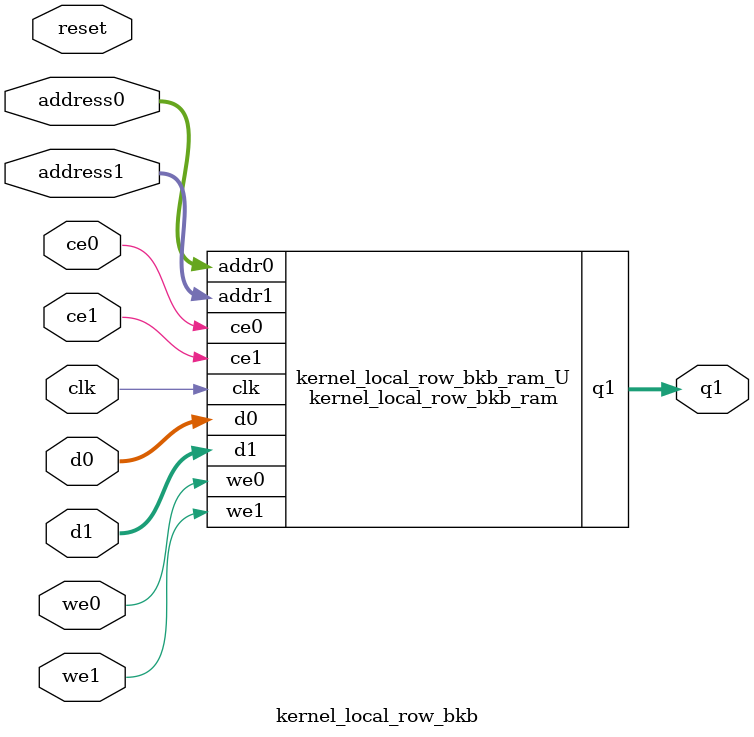
<source format=v>
`timescale 1 ns / 1 ps
module kernel_local_row_bkb_ram (addr0, ce0, d0, we0, addr1, ce1, d1, we1, q1,  clk);

parameter DWIDTH = 2;
parameter AWIDTH = 2;
parameter MEM_SIZE = 3;

input[AWIDTH-1:0] addr0;
input ce0;
input[DWIDTH-1:0] d0;
input we0;
input[AWIDTH-1:0] addr1;
input ce1;
input[DWIDTH-1:0] d1;
input we1;
output reg[DWIDTH-1:0] q1;
input clk;

(* ram_style = "block" *)reg [DWIDTH-1:0] ram[0:MEM_SIZE-1];




always @(posedge clk)  
begin 
    if (ce0) begin
        if (we0) 
            ram[addr0] <= d0; 
    end
end


always @(posedge clk)  
begin 
    if (ce1) begin
        if (we1) 
            ram[addr1] <= d1; 
        q1 <= ram[addr1];
    end
end


endmodule

`timescale 1 ns / 1 ps
module kernel_local_row_bkb(
    reset,
    clk,
    address0,
    ce0,
    we0,
    d0,
    address1,
    ce1,
    we1,
    d1,
    q1);

parameter DataWidth = 32'd2;
parameter AddressRange = 32'd3;
parameter AddressWidth = 32'd2;
input reset;
input clk;
input[AddressWidth - 1:0] address0;
input ce0;
input we0;
input[DataWidth - 1:0] d0;
input[AddressWidth - 1:0] address1;
input ce1;
input we1;
input[DataWidth - 1:0] d1;
output[DataWidth - 1:0] q1;



kernel_local_row_bkb_ram kernel_local_row_bkb_ram_U(
    .clk( clk ),
    .addr0( address0 ),
    .ce0( ce0 ),
    .we0( we0 ),
    .d0( d0 ),
    .addr1( address1 ),
    .ce1( ce1 ),
    .we1( we1 ),
    .d1( d1 ),
    .q1( q1 ));

endmodule


</source>
